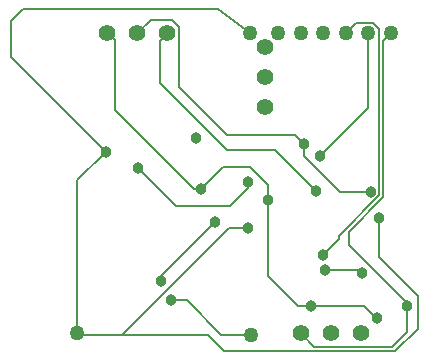
<source format=gbl>
G04 Layer_Physical_Order=2*
G04 Layer_Color=16711680*
%FSLAX24Y24*%
%MOIN*%
G70*
G01*
G75*
%ADD22C,0.0080*%
%ADD23C,0.0550*%
%ADD24C,0.0500*%
%ADD25C,0.0380*%
D22*
X-2200Y3800D02*
X-900Y2500D01*
Y1400D02*
Y2500D01*
X-1650Y650D02*
X-900Y1400D01*
X-7350Y650D02*
X-1650D01*
X-7900Y1200D02*
X-7350Y650D01*
X-1250Y1300D02*
Y2150D01*
X-1750Y800D02*
X-1250Y1300D01*
X-4350Y800D02*
X-1750D01*
X-4800Y1250D02*
X-4350Y800D01*
X-10750Y1200D02*
X-7900D01*
X-1250Y2150D02*
Y2250D01*
X-2200Y3800D02*
Y5100D01*
X-3200Y4200D02*
X-1250Y2250D01*
X-7450Y1200D02*
X-6450D01*
X-8595Y2345D02*
X-7450Y1200D01*
X-9145Y2345D02*
X-8595D01*
X-7550Y12050D02*
X-6500Y11250D01*
X-14050Y12050D02*
X-7550D01*
X-9500Y11000D02*
X-9250Y11250D01*
X-9500Y9600D02*
Y11000D01*
X-8850Y9450D02*
Y11450D01*
X-9100Y11700D02*
X-8850Y11450D01*
X-9800Y11700D02*
X-9100D01*
X-11214Y11250D02*
X-11000Y11035D01*
Y8700D02*
Y11035D01*
X-7200Y4750D02*
X-6550D01*
X-10750Y1200D02*
X-7200Y4750D01*
X-9450Y3150D02*
X-7650Y4950D01*
X-8963Y5480D02*
X-7160D01*
X-9450Y3000D02*
Y3150D01*
X-3525Y4375D02*
Y4505D01*
X-3200Y4632D02*
X-2050Y5782D01*
X-3200Y4200D02*
Y4632D01*
X-2060Y10990D02*
X-1800Y11250D01*
X-2060Y6148D02*
Y10990D01*
Y6148D02*
X-2050Y6138D01*
Y5782D02*
Y6138D01*
X-2200Y6090D02*
X-2190Y6080D01*
Y5840D02*
Y6080D01*
X-3525Y4505D02*
X-2190Y5840D01*
X-2200Y6090D02*
Y11395D01*
X-3510Y5960D02*
X-2480D01*
X-4050Y3850D02*
X-3525Y4375D01*
X-2550Y8750D02*
Y11250D01*
X-2950Y11600D02*
X-2405D01*
X-3300Y11250D02*
X-2950Y11600D01*
X-2405D02*
X-2200Y11395D01*
X-4150Y7150D02*
X-2550Y8750D01*
X-4690Y7140D02*
X-3510Y5960D01*
X-4690Y7140D02*
Y7550D01*
X-7250Y7350D02*
X-5650D01*
X-4300Y6000D01*
X-5890Y5700D02*
Y6190D01*
X-14450Y10450D02*
X-11300Y7300D01*
X-14450Y10450D02*
Y11650D01*
X-14050Y12050D01*
X-4890Y2150D02*
X-4450D01*
X-2710D01*
X-5890Y3150D02*
X-4890Y2150D01*
X-11000Y8700D02*
X-8350Y6050D01*
X-8140D01*
X-6550Y6090D02*
Y6300D01*
X-7160Y5480D02*
X-6550Y6090D01*
X-6490Y6790D02*
X-5890Y6190D01*
X-7400Y6790D02*
X-6490D01*
X-5890Y3150D02*
Y5700D01*
X-4000Y3350D02*
X-2860D01*
X-2780Y3270D01*
X-5000Y7860D02*
X-4690Y7550D01*
X-7260Y7860D02*
X-5000D01*
X-8850Y9450D02*
X-7260Y7860D01*
X-10243Y6760D02*
X-8963Y5480D01*
X-8140Y6050D02*
X-7400Y6790D01*
X-12200Y1200D02*
X-10750D01*
X-12250Y1250D02*
X-12200Y1200D01*
X-12250Y1250D02*
Y6350D01*
X-11300Y7300D01*
X-10250Y11250D02*
X-9800Y11700D01*
X-9500Y9600D02*
X-7250Y7350D01*
X-2710Y2150D02*
X-2280Y1720D01*
D23*
X-2800Y1250D02*
D03*
X-4800D02*
D03*
X-3800D02*
D03*
X-6000Y9800D02*
D03*
X-11250Y11250D02*
D03*
X-10250D02*
D03*
X-6000Y10800D02*
D03*
Y8800D02*
D03*
X-9250Y11250D02*
D03*
D24*
X-6500D02*
D03*
X-6450Y1200D02*
D03*
X-5550Y11250D02*
D03*
X-4800D02*
D03*
X-4050D02*
D03*
X-12250Y1250D02*
D03*
X-2550Y11250D02*
D03*
X-3300D02*
D03*
X-1800D02*
D03*
D25*
X-2250Y1750D02*
D03*
X-1250Y2150D02*
D03*
X-6550Y4750D02*
D03*
X-7650Y4950D02*
D03*
X-9450Y3000D02*
D03*
X-2200Y5100D02*
D03*
X-2480Y5960D02*
D03*
X-4150Y7150D02*
D03*
X-4300Y6000D02*
D03*
X-8300Y7750D02*
D03*
X-4450Y2150D02*
D03*
X-11300Y7300D02*
D03*
X-6550Y6300D02*
D03*
X-5890Y5700D02*
D03*
X-4050Y3850D02*
D03*
X-4000Y3350D02*
D03*
X-2780Y3270D02*
D03*
X-9145Y2345D02*
D03*
X-10243Y6760D02*
D03*
X-8140Y6050D02*
D03*
X-4690Y7550D02*
D03*
M02*

</source>
